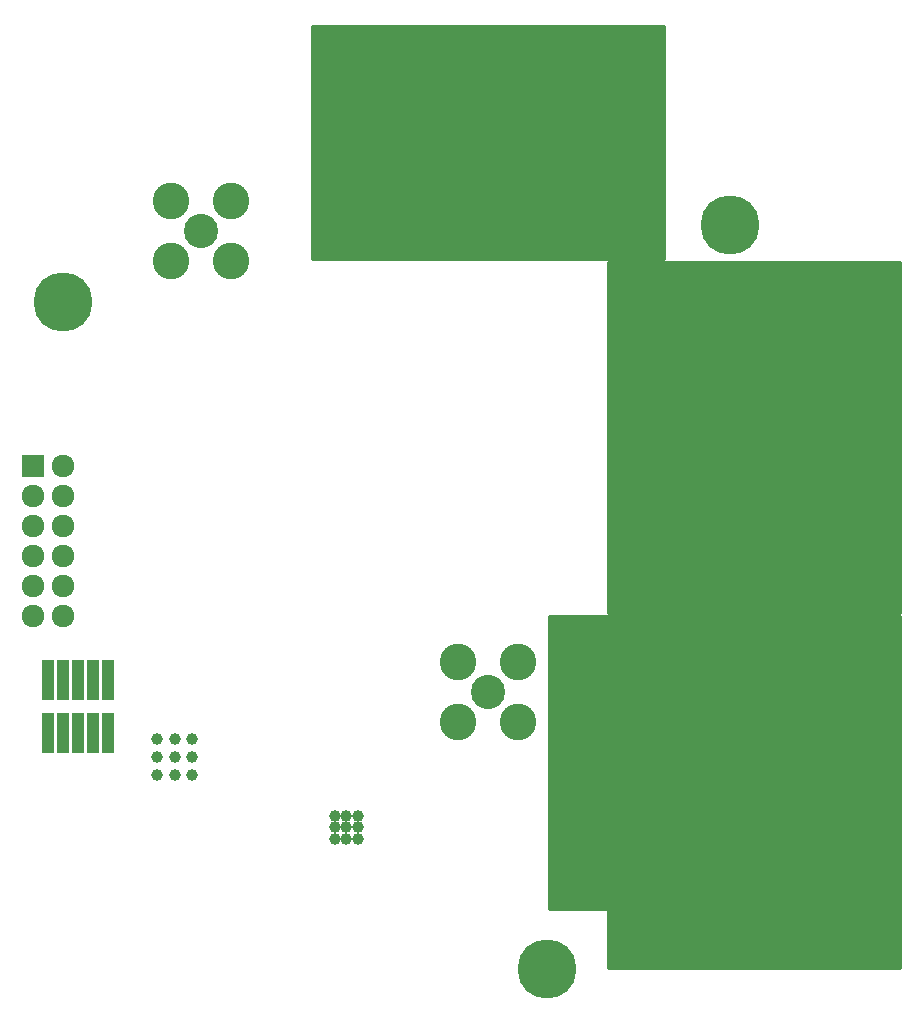
<source format=gbs>
G04 #@! TF.FileFunction,Soldermask,Bot*
%FSLAX46Y46*%
G04 Gerber Fmt 4.6, Leading zero omitted, Abs format (unit mm)*
G04 Created by KiCad (PCBNEW 4.0.7) date 06/12/18 23:46:00*
%MOMM*%
%LPD*%
G01*
G04 APERTURE LIST*
%ADD10C,0.100000*%
%ADD11R,1.000000X3.400000*%
%ADD12C,1.000000*%
%ADD13R,1.924000X1.924000*%
%ADD14C,1.924000*%
%ADD15C,2.900000*%
%ADD16C,3.100000*%
%ADD17C,5.000000*%
%ADD18C,0.254000*%
G04 APERTURE END LIST*
D10*
D11*
X117710000Y-120500000D03*
X118980000Y-120500000D03*
X120250000Y-120500000D03*
X121520000Y-120500000D03*
X122790000Y-120500000D03*
X117710000Y-125000000D03*
X118980000Y-125000000D03*
X120250000Y-125000000D03*
X121520000Y-125000000D03*
X122790000Y-125000000D03*
D12*
X126951185Y-128548815D03*
X128451185Y-128548815D03*
X129951185Y-128548815D03*
X126951185Y-127048815D03*
X128451185Y-127048815D03*
X129951185Y-127048815D03*
X126951185Y-125548815D03*
X128451185Y-125548815D03*
X129951185Y-125548815D03*
D13*
X116500000Y-102420000D03*
D14*
X119040000Y-102420000D03*
X116500000Y-104960000D03*
X119040000Y-104960000D03*
X116500000Y-107500000D03*
X119040000Y-107500000D03*
X116500000Y-110040000D03*
X119040000Y-110040000D03*
X116500000Y-112580000D03*
X119040000Y-112580000D03*
X116500000Y-115120000D03*
X119040000Y-115120000D03*
D15*
X130700000Y-82500000D03*
D16*
X133240000Y-85040000D03*
X133240000Y-79960000D03*
X128160000Y-79960000D03*
X128160000Y-85040000D03*
D12*
X144000000Y-134000000D03*
X144000000Y-133000000D03*
X144000000Y-132000000D03*
X143000000Y-134000000D03*
X143000000Y-133000000D03*
X143000000Y-132000000D03*
X142000000Y-134000000D03*
X142000000Y-133000000D03*
X142000000Y-132000000D03*
D15*
X154960000Y-121540000D03*
D16*
X152420000Y-119000000D03*
X152420000Y-124080000D03*
X157500000Y-124080000D03*
X157500000Y-119000000D03*
D17*
X160000000Y-145000000D03*
X175500000Y-82000000D03*
X119000000Y-88500000D03*
D18*
G36*
X189873000Y-144873000D02*
X165127000Y-144873000D01*
X165127000Y-140000000D01*
X165116994Y-139950590D01*
X165088553Y-139908965D01*
X165046159Y-139881685D01*
X165000000Y-139873000D01*
X160127000Y-139873000D01*
X160127000Y-115127000D01*
X189873000Y-115127000D01*
X189873000Y-144873000D01*
X189873000Y-144873000D01*
G37*
X189873000Y-144873000D02*
X165127000Y-144873000D01*
X165127000Y-140000000D01*
X165116994Y-139950590D01*
X165088553Y-139908965D01*
X165046159Y-139881685D01*
X165000000Y-139873000D01*
X160127000Y-139873000D01*
X160127000Y-115127000D01*
X189873000Y-115127000D01*
X189873000Y-144873000D01*
G36*
X189873000Y-114873000D02*
X165127000Y-114873000D01*
X165127000Y-85127000D01*
X189873000Y-85127000D01*
X189873000Y-114873000D01*
X189873000Y-114873000D01*
G37*
X189873000Y-114873000D02*
X165127000Y-114873000D01*
X165127000Y-85127000D01*
X189873000Y-85127000D01*
X189873000Y-114873000D01*
G36*
X169873000Y-84873000D02*
X140127000Y-84873000D01*
X140127000Y-65127000D01*
X169873000Y-65127000D01*
X169873000Y-84873000D01*
X169873000Y-84873000D01*
G37*
X169873000Y-84873000D02*
X140127000Y-84873000D01*
X140127000Y-65127000D01*
X169873000Y-65127000D01*
X169873000Y-84873000D01*
M02*

</source>
